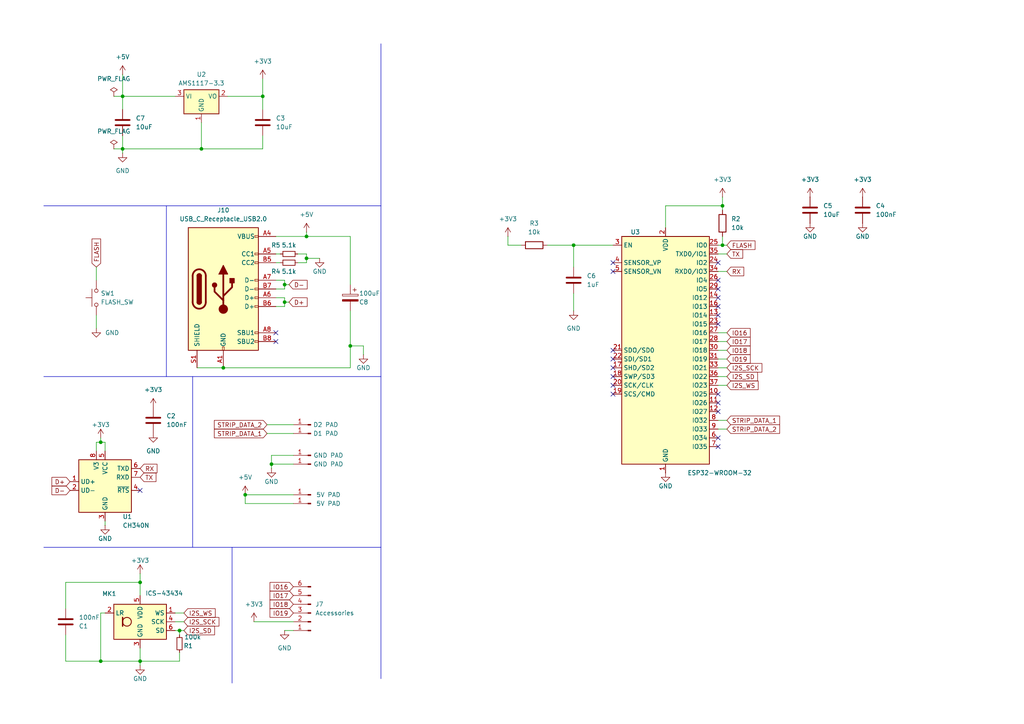
<source format=kicad_sch>
(kicad_sch (version 20231120) (generator "eeschema") (generator_version "8.0")
  (paper "A4")
  (title_block (title "USBWLEDC") (date "2024-12-31") (rev "1.2") (company "Adi Linden") (comment 2 "Original creator: NANDXOR"))
  (lib_symbols
    (symbol "Connector:Conn_01x01_Pin" (pin_names (offset 1.016) hide)
      (property "Reference" "J" (at 0 2.54 0))
      (property "Value" "Conn_01x01_Pin" (at 0 -2.54 0))
      (symbol "Conn_01x01_Pin_1_1"
        (polyline (pts (xy 1.27 0) (xy 0.8636 0)) (stroke (width 0.1524)))
        (rectangle (start 0.8636 0.127) (end 0 -0.127) (stroke (width 0.1524)) (fill (type outline)))
        (pin passive line (at 5.08 0 180) (length 3.81) (name "Pin_1") (number "1"))
      )
    )
    (symbol "Connector:Conn_01x06_Pin" (pin_names (offset 1.016) hide)
      (property "Reference" "J" (at 0 7.62 0))
      (property "Value" "Conn_01x06_Pin" (at 0 -10.16 0))
      (symbol "Conn_01x06_Pin_1_1"
        (polyline (pts (xy 1.27 -7.62) (xy 0.8636 -7.62)) (stroke (width 0.1524)))
        (polyline (pts (xy 1.27 -5.08) (xy 0.8636 -5.08)) (stroke (width 0.1524)))
        (polyline (pts (xy 1.27 -2.54) (xy 0.8636 -2.54)) (stroke (width 0.1524)))
        (polyline (pts (xy 1.27 0) (xy 0.8636 0)) (stroke (width 0.1524)))
        (polyline (pts (xy 1.27 2.54) (xy 0.8636 2.54)) (stroke (width 0.1524)))
        (polyline (pts (xy 1.27 5.08) (xy 0.8636 5.08)) (stroke (width 0.1524)))
        (rectangle (start 0.8636 -7.493) (end 0 -7.747) (stroke (width 0.1524)) (fill (type outline)))
        (rectangle (start 0.8636 -4.953) (end 0 -5.207) (stroke (width 0.1524)) (fill (type outline)))
        (rectangle (start 0.8636 -2.413) (end 0 -2.667) (stroke (width 0.1524)) (fill (type outline)))
        (rectangle (start 0.8636 0.127) (end 0 -0.127) (stroke (width 0.1524)) (fill (type outline)))
        (rectangle (start 0.8636 2.667) (end 0 2.413) (stroke (width 0.1524)) (fill (type outline)))
        (rectangle (start 0.8636 5.207) (end 0 4.953) (stroke (width 0.1524)) (fill (type outline)))
        (pin passive line (at 5.08 5.08 180) (length 3.81) (name "Pin_1") (number "1"))
        (pin passive line (at 5.08 2.54 180) (length 3.81) (name "Pin_2") (number "2"))
        (pin passive line (at 5.08 0 180) (length 3.81) (name "Pin_3") (number "3"))
        (pin passive line (at 5.08 -2.54 180) (length 3.81) (name "Pin_4") (number "4"))
        (pin passive line (at 5.08 -5.08 180) (length 3.81) (name "Pin_5") (number "5"))
        (pin passive line (at 5.08 -7.62 180) (length 3.81) (name "Pin_6") (number "6"))
      )
    )
    (symbol "Connector:USB_C_Receptacle_USB2.0" (pin_names (offset 1.016))
      (property "Reference" "J" (at -10.16 19.05 0))
      (property "Value" "USB_C_Receptacle_USB2.0" (at 19.05 19.05 0))
      (symbol "USB_C_Receptacle_USB2.0_0_0"
        (rectangle (start -0.254 -17.78) (end 0.254 -16.764))
        (rectangle (start 10.16 -14.986) (end 9.144 -15.494))
        (rectangle (start 10.16 -12.446) (end 9.144 -12.954))
        (rectangle (start 10.16 -4.826) (end 9.144 -5.334))
        (rectangle (start 10.16 -2.286) (end 9.144 -2.794))
        (rectangle (start 10.16 0.254) (end 9.144 -0.254))
        (rectangle (start 10.16 2.794) (end 9.144 2.286))
        (rectangle (start 10.16 7.874) (end 9.144 7.366))
        (rectangle (start 10.16 10.414) (end 9.144 9.906))
        (rectangle (start 10.16 15.494) (end 9.144 14.986))
      )
      (symbol "USB_C_Receptacle_USB2.0_0_1"
        (rectangle (start -10.16 17.78) (end 10.16 -17.78) (stroke (width 0.254)) (fill (type background)))
        (arc (start -8.89 -3.81) (mid -6.985 -5.7067) (end -5.08 -3.81) (stroke (width 0.508)))
        (arc (start -7.62 -3.81) (mid -6.985 -4.4423) (end -6.35 -3.81) (stroke (width 0.254)))
        (arc (start -7.62 -3.81) (mid -6.985 -4.4423) (end -6.35 -3.81) (stroke (width 0.254)) (fill (type outline)))
        (rectangle (start -7.62 -3.81) (end -6.35 3.81) (stroke (width 0.254)) (fill (type outline)))
        (arc (start -6.35 3.81) (mid -6.985 4.4423) (end -7.62 3.81) (stroke (width 0.254)))
        (arc (start -6.35 3.81) (mid -6.985 4.4423) (end -7.62 3.81) (stroke (width 0.254)) (fill (type outline)))
        (arc (start -5.08 3.81) (mid -6.985 5.7067) (end -8.89 3.81) (stroke (width 0.508)))
        (circle (center -2.54 1.143) (radius 0.635) (stroke (width 0.254)) (fill (type outline)))
        (circle (center 0 -5.842) (radius 1.27) (fill (type outline)))
        (polyline (pts (xy -8.89 -3.81) (xy -8.89 3.81)) (stroke (width 0.508)))
        (polyline (pts (xy -5.08 3.81) (xy -5.08 -3.81)) (stroke (width 0.508)))
        (polyline (pts (xy 0 -5.842) (xy 0 4.318)) (stroke (width 0.508)))
        (polyline (pts (xy 0 -3.302) (xy -2.54 -0.762) (xy -2.54 0.508)) (stroke (width 0.508)))
        (polyline (pts (xy 0 -2.032) (xy 2.54 0.508) (xy 2.54 1.778)) (stroke (width 0.508)))
        (polyline (pts (xy -1.27 4.318) (xy 0 6.858) (xy 1.27 4.318) (xy -1.27 4.318)) (stroke (width 0.254)) (fill (type outline)))
        (rectangle (start 1.905 1.778) (end 3.175 3.048) (stroke (width 0.254)) (fill (type outline)))
      )
      (symbol "USB_C_Receptacle_USB2.0_1_1"
        (pin passive line (at 0 -22.86 90) (length 5.08) (name "GND") (number "A1"))
        (pin passive line (at 0 -22.86 90) (length 5.08) hide (name "GND") (number "A12"))
        (pin passive line (at 15.24 15.24 180) (length 5.08) (name "VBUS") (number "A4"))
        (pin bidirectional line (at 15.24 10.16 180) (length 5.08) (name "CC1") (number "A5"))
        (pin bidirectional line (at 15.24 -2.54 180) (length 5.08) (name "D+") (number "A6"))
        (pin bidirectional line (at 15.24 2.54 180) (length 5.08) (name "D-") (number "A7"))
        (pin bidirectional line (at 15.24 -12.7 180) (length 5.08) (name "SBU1") (number "A8"))
        (pin passive line (at 15.24 15.24 180) (length 5.08) hide (name "VBUS") (number "A9"))
        (pin passive line (at 0 -22.86 90) (length 5.08) hide (name "GND") (number "B1"))
        (pin passive line (at 0 -22.86 90) (length 5.08) hide (name "GND") (number "B12"))
        (pin passive line (at 15.24 15.24 180) (length 5.08) hide (name "VBUS") (number "B4"))
        (pin bidirectional line (at 15.24 7.62 180) (length 5.08) (name "CC2") (number "B5"))
        (pin bidirectional line (at 15.24 -5.08 180) (length 5.08) (name "D+") (number "B6"))
        (pin bidirectional line (at 15.24 0 180) (length 5.08) (name "D-") (number "B7"))
        (pin bidirectional line (at 15.24 -15.24 180) (length 5.08) (name "SBU2") (number "B8"))
        (pin passive line (at 15.24 15.24 180) (length 5.08) hide (name "VBUS") (number "B9"))
        (pin passive line (at -7.62 -22.86 90) (length 5.08) (name "SHIELD") (number "S1"))
      )
    )
    (symbol "Device:C" (pin_numbers hide) (pin_names (offset 0.254))
      (property "Reference" "C" (at 0.635 2.54 0))
      (property "Value" "C" (at 0.635 -2.54 0))
      (symbol "C_0_1"
        (polyline (pts (xy -2.032 -0.762) (xy 2.032 -0.762)) (stroke (width 0.508)))
        (polyline (pts (xy -2.032 0.762) (xy 2.032 0.762)) (stroke (width 0.508)))
      )
      (symbol "C_1_1"
        (pin passive line (at 0 3.81 270) (length 2.794) (name "~") (number "1"))
        (pin passive line (at 0 -3.81 90) (length 2.794) (name "~") (number "2"))
      )
    )
    (symbol "Device:C_Polarized" (pin_numbers hide) (pin_names (offset 0.254))
      (property "Reference" "C" (at 0.635 2.54 0))
      (property "Value" "C_Polarized" (at 0.635 -2.54 0))
      (symbol "C_Polarized_0_1"
        (rectangle (start -2.286 0.508) (end 2.286 1.016))
        (polyline (pts (xy -1.778 2.286) (xy -0.762 2.286)))
        (polyline (pts (xy -1.27 2.794) (xy -1.27 1.778)))
        (rectangle (start 2.286 -0.508) (end -2.286 -1.016) (fill (type outline)))
      )
      (symbol "C_Polarized_1_1"
        (pin passive line (at 0 3.81 270) (length 2.794) (name "~") (number "1"))
        (pin passive line (at 0 -3.81 90) (length 2.794) (name "~") (number "2"))
      )
    )
    (symbol "Device:R" (pin_numbers hide) (pin_names (offset 0))
      (property "Reference" "R" (at 2.032 0 90))
      (property "Value" "R" (at 0 0 90))
      (symbol "R_0_1"
        (rectangle (start -1.016 -2.54) (end 1.016 2.54) (stroke (width 0.254)))
      )
      (symbol "R_1_1"
        (pin passive line (at 0 3.81 270) (length 1.27) (name "~") (number "1"))
        (pin passive line (at 0 -3.81 90) (length 1.27) (name "~") (number "2"))
      )
    )
    (symbol "Device:R_Small" (pin_numbers hide) (pin_names (offset 0.254) hide)
      (property "Reference" "R" (at 0.762 0.508 0))
      (property "Value" "R_Small" (at 0.762 -1.016 0))
      (symbol "R_Small_0_1"
        (rectangle (start -0.762 1.778) (end 0.762 -1.778) (stroke (width 0.2032)))
      )
      (symbol "R_Small_1_1"
        (pin passive line (at 0 2.54 270) (length 0.762) (name "~") (number "1"))
        (pin passive line (at 0 -2.54 90) (length 0.762) (name "~") (number "2"))
      )
    )
    (symbol "Interface_USB:CH340X"
      (property "Reference" "U3" (at 1.9559 -15.24 0))
      (property "Value" "CH340N" (at 1.9559 -17.78 0))
      (symbol "CH340X_0_1"
        (rectangle (start -7.62 12.7) (end 7.62 -2.54) (stroke (width 0.254)) (fill (type background)))
      )
      (symbol "CH340X_1_1"
        (pin bidirectional line (at -10.16 6.35 0) (length 2.54) (name "UD+") (number "1"))
        (pin bidirectional line (at -10.16 3.81 0) (length 2.54) (name "UD-") (number "2"))
        (pin power_in line (at 0 -5.08 90) (length 2.54) (name "GND") (number "3"))
        (pin output line (at 10.16 3.81 180) (length 2.54) (name "~{RTS}") (number "4"))
        (pin power_in line (at 0 15.24 270) (length 2.54) (name "VCC") (number "5"))
        (pin output line (at 10.16 10.16 180) (length 2.54) (name "TXD") (number "6"))
        (pin input line (at 10.16 7.62 180) (length 2.54) (name "RXD") (number "7"))
        (pin passive line (at -2.54 15.24 270) (length 2.54) (name "V3") (number "8"))
      )
    )
    (symbol "RF_Module:ESP32-WROOM-32"
      (property "Reference" "U" (at -12.7 34.29 0))
      (property "Value" "ESP32-WROOM-32" (at 1.27 34.29 0))
      (symbol "ESP32-WROOM-32_0_1"
        (rectangle (start -12.7 33.02) (end 12.7 -33.02) (stroke (width 0.254)) (fill (type background)))
      )
      (symbol "ESP32-WROOM-32_1_1"
        (pin power_in line (at 0 -35.56 90) (length 2.54) (name "GND") (number "1"))
        (pin bidirectional line (at 15.24 -12.7 180) (length 2.54) (name "IO25") (number "10"))
        (pin bidirectional line (at 15.24 -15.24 180) (length 2.54) (name "IO26") (number "11"))
        (pin bidirectional line (at 15.24 -17.78 180) (length 2.54) (name "IO27") (number "12"))
        (pin bidirectional line (at 15.24 10.16 180) (length 2.54) (name "IO14") (number "13"))
        (pin bidirectional line (at 15.24 15.24 180) (length 2.54) (name "IO12") (number "14"))
        (pin passive line (at 0 -35.56 90) (length 2.54) hide (name "GND") (number "15"))
        (pin bidirectional line (at 15.24 12.7 180) (length 2.54) (name "IO13") (number "16"))
        (pin bidirectional line (at -15.24 -5.08 0) (length 2.54) (name "SHD/SD2") (number "17"))
        (pin bidirectional line (at -15.24 -7.62 0) (length 2.54) (name "SWP/SD3") (number "18"))
        (pin bidirectional line (at -15.24 -12.7 0) (length 2.54) (name "SCS/CMD") (number "19"))
        (pin power_in line (at 0 35.56 270) (length 2.54) (name "VDD") (number "2"))
        (pin bidirectional line (at -15.24 -10.16 0) (length 2.54) (name "SCK/CLK") (number "20"))
        (pin bidirectional line (at -15.24 0 0) (length 2.54) (name "SDO/SD0") (number "21"))
        (pin bidirectional line (at -15.24 -2.54 0) (length 2.54) (name "SDI/SD1") (number "22"))
        (pin bidirectional line (at 15.24 7.62 180) (length 2.54) (name "IO15") (number "23"))
        (pin bidirectional line (at 15.24 25.4 180) (length 2.54) (name "IO2") (number "24"))
        (pin bidirectional line (at 15.24 30.48 180) (length 2.54) (name "IO0") (number "25"))
        (pin bidirectional line (at 15.24 20.32 180) (length 2.54) (name "IO4") (number "26"))
        (pin bidirectional line (at 15.24 5.08 180) (length 2.54) (name "IO16") (number "27"))
        (pin bidirectional line (at 15.24 2.54 180) (length 2.54) (name "IO17") (number "28"))
        (pin bidirectional line (at 15.24 17.78 180) (length 2.54) (name "IO5") (number "29"))
        (pin input line (at -15.24 30.48 0) (length 2.54) (name "EN") (number "3"))
        (pin bidirectional line (at 15.24 0 180) (length 2.54) (name "IO18") (number "30"))
        (pin bidirectional line (at 15.24 -2.54 180) (length 2.54) (name "IO19") (number "31"))
        (pin no_connect line (at -12.7 -27.94 0) (length 2.54) hide (name "NC") (number "32"))
        (pin bidirectional line (at 15.24 -5.08 180) (length 2.54) (name "IO21") (number "33"))
        (pin bidirectional line (at 15.24 22.86 180) (length 2.54) (name "RXD0/IO3") (number "34"))
        (pin bidirectional line (at 15.24 27.94 180) (length 2.54) (name "TXD0/IO1") (number "35"))
        (pin bidirectional line (at 15.24 -7.62 180) (length 2.54) (name "IO22") (number "36"))
        (pin bidirectional line (at 15.24 -10.16 180) (length 2.54) (name "IO23") (number "37"))
        (pin passive line (at 0 -35.56 90) (length 2.54) hide (name "GND") (number "38"))
        (pin passive line (at 0 -35.56 90) (length 2.54) hide (name "GND") (number "39"))
        (pin input line (at -15.24 25.4 0) (length 2.54) (name "SENSOR_VP") (number "4"))
        (pin input line (at -15.24 22.86 0) (length 2.54) (name "SENSOR_VN") (number "5"))
        (pin input line (at 15.24 -25.4 180) (length 2.54) (name "IO34") (number "6"))
        (pin input line (at 15.24 -27.94 180) (length 2.54) (name "IO35") (number "7"))
        (pin bidirectional line (at 15.24 -20.32 180) (length 2.54) (name "IO32") (number "8"))
        (pin bidirectional line (at 15.24 -22.86 180) (length 2.54) (name "IO33") (number "9"))
      )
    )
    (symbol "Regulator_Linear:AMS1117-3.3"
      (property "Reference" "U" (at -3.81 3.175 0))
      (property "Value" "AMS1117-3.3" (at 0 3.175 0))
      (symbol "AMS1117-3.3_0_1"
        (rectangle (start -5.08 -5.08) (end 5.08 1.905) (stroke (width 0.254)) (fill (type background)))
      )
      (symbol "AMS1117-3.3_1_1"
        (pin power_in line (at 0 -7.62 90) (length 2.54) (name "GND") (number "1"))
        (pin power_out line (at 7.62 0 180) (length 2.54) (name "VO") (number "2"))
        (pin power_in line (at -7.62 0 0) (length 2.54) (name "VI") (number "3"))
      )
    )
    (symbol "Sensor_Audio:ICS-43434"
      (property "Reference" "MK" (at -7.62 6.35 0))
      (property "Value" "ICS-43434" (at 1.27 6.35 0))
      (symbol "ICS-43434_1_1"
        (rectangle (start -7.62 5.08) (end 7.62 -5.08) (stroke (width 0.254)) (fill (type background)))
        (circle (center -3.81 0) (radius 1.27) (stroke (width 0.254)))
        (polyline (pts (xy -5.08 1.27) (xy -5.08 -1.27)) (stroke (width 0.381)))
        (pin input line (at 10.16 2.54 180) (length 2.54) (name "WS") (number "1"))
        (pin input line (at -10.16 2.54 0) (length 2.54) (name "LR") (number "2"))
        (pin power_in line (at 0 -7.62 90) (length 2.54) (name "GND") (number "3"))
        (pin input line (at 10.16 0 180) (length 2.54) (name "SCK") (number "4"))
        (pin power_in line (at 0 7.62 270) (length 2.54) (name "VDD") (number "5"))
        (pin output line (at 10.16 -2.54 180) (length 2.54) (name "SD") (number "6"))
      )
    )
    (symbol "Switch:SW_Push" (pin_numbers hide) (pin_names (offset 1.016) hide)
      (property "Reference" "SW" (at 1.27 2.54 0))
      (property "Value" "SW_Push" (at 0 -1.524 0))
      (symbol "SW_Push_0_1"
        (circle (center -2.032 0) (radius 0.508))
        (polyline (pts (xy 0 1.27) (xy 0 3.048)))
        (polyline (pts (xy 2.54 1.27) (xy -2.54 1.27)))
        (circle (center 2.032 0) (radius 0.508))
        (pin passive line (at -5.08 0 0) (length 2.54) (name "1") (number "1"))
        (pin passive line (at 5.08 0 180) (length 2.54) (name "2") (number "2"))
      )
    )
    (symbol "power:+3V3" (power) (pin_numbers hide) (pin_names (offset 0) hide)
      (property "Value" "+3V3" (at 0 3.556 0))
      (symbol "+3V3_0_1"
        (polyline (pts (xy -0.762 1.27) (xy 0 2.54)))
        (polyline (pts (xy 0 0) (xy 0 2.54)))
        (polyline (pts (xy 0 2.54) (xy 0.762 1.27)))
      )
      (symbol "+3V3_1_1"
        (pin power_in line (at 0 0 90) (length 0) (name "~") (number "1"))
      )
    )
    (symbol "power:+5V" (power) (pin_numbers hide) (pin_names (offset 0) hide)
      (property "Value" "+5V" (at 0 3.556 0))
      (symbol "+5V_0_1"
        (polyline (pts (xy -0.762 1.27) (xy 0 2.54)))
        (polyline (pts (xy 0 0) (xy 0 2.54)))
        (polyline (pts (xy 0 2.54) (xy 0.762 1.27)))
      )
      (symbol "+5V_1_1"
        (pin power_in line (at 0 0 90) (length 0) (name "~") (number "1"))
      )
    )
    (symbol "power:GND" (power) (pin_numbers hide) (pin_names (offset 0) hide)
      (property "Value" "GND" (at 0 -3.81 0))
      (symbol "GND_0_1"
        (polyline (pts (xy 0 0) (xy 0 -1.27) (xy 1.27 -1.27) (xy 0 -2.54) (xy -1.27 -1.27) (xy 0 -1.27)))
      )
      (symbol "GND_1_1"
        (pin power_in line (at 0 0 270) (length 0) (name "~") (number "1"))
      )
    )
    (symbol "power:PWR_FLAG" (power) (pin_numbers hide) (pin_names (offset 0) hide)
      (property "Value" "PWR_FLAG" (at 0 3.81 0))
      (symbol "PWR_FLAG_0_0"
        (pin power_out line (at 0 0 90) (length 0) (name "~") (number "1"))
      )
      (symbol "PWR_FLAG_0_1"
        (polyline (pts (xy 0 0) (xy 0 1.27) (xy -1.016 1.905) (xy 0 2.54) (xy 1.016 1.905) (xy 0 1.27)))
      )
    )
  )
  (junction (at 209.55 59.69))
  (junction (at 88.9 68.58))
  (junction (at 64.77 106.68))
  (junction (at 88.9 74.93))
  (junction (at 82.55 82.55))
  (junction (at 71.12 143.51))
  (junction (at 78.74 134.62))
  (junction (at 209.55 71.12))
  (junction (at 29.21 191.77))
  (junction (at 29.21 128.27))
  (junction (at 166.37 71.12))
  (junction (at 52.07 182.88))
  (junction (at 35.56 43.18))
  (junction (at 40.64 168.91))
  (junction (at 76.2 27.94))
  (junction (at 35.56 27.94))
  (junction (at 40.64 191.77))
  (junction (at 82.55 87.63))
  (junction (at 101.6 100.33))
  (junction (at 58.42 43.18))
  (no_connect (at 80.01 99.06))
  (no_connect (at 208.28 93.98))
  (no_connect (at 208.28 83.82))
  (no_connect (at 177.8 101.6))
  (no_connect (at 177.8 109.22))
  (no_connect (at 208.28 91.44))
  (no_connect (at 177.8 76.2))
  (no_connect (at 208.28 119.38))
  (no_connect (at 208.28 88.9))
  (no_connect (at 177.8 106.68))
  (no_connect (at 40.64 142.24))
  (no_connect (at 177.8 114.3))
  (no_connect (at 208.28 114.3))
  (no_connect (at 208.28 81.28))
  (no_connect (at 177.8 104.14))
  (no_connect (at 177.8 78.74))
  (no_connect (at 208.28 116.84))
  (no_connect (at 208.28 129.54))
  (no_connect (at 80.01 96.52))
  (no_connect (at 208.28 86.36))
  (no_connect (at 208.28 127))
  (no_connect (at 208.28 76.2))
  (no_connect (at 177.8 111.76))
  (wire (pts (xy 40.64 191.77) (xy 40.64 193.04)))
  (wire (pts (xy 77.47 123.19) (xy 85.09 123.19)))
  (wire (pts (xy 82.55 81.28) (xy 82.55 82.55)))
  (wire (pts (xy 29.21 191.77) (xy 40.64 191.77)))
  (wire (pts (xy 80.01 86.36) (xy 82.55 86.36)))
  (wire (pts (xy 101.6 106.68) (xy 64.77 106.68)))
  (wire (pts (xy 208.28 73.66) (xy 210.82 73.66)))
  (wire (pts (xy 82.55 182.88) (xy 85.09 182.88)))
  (wire (pts (xy 85.09 132.08) (xy 78.74 132.08)))
  (wire (pts (xy 58.42 43.18) (xy 76.2 43.18)))
  (polyline (pts (xy 110.49 12.7) (xy 110.49 196.85)))
  (wire (pts (xy 71.12 146.05) (xy 85.09 146.05)))
  (wire (pts (xy 208.28 111.76) (xy 210.82 111.76)))
  (wire (pts (xy 78.74 134.62) (xy 85.09 134.62)))
  (wire (pts (xy 82.55 86.36) (xy 82.55 87.63)))
  (polyline (pts (xy 55.88 109.22) (xy 55.88 158.75)))
  (wire (pts (xy 209.55 57.15) (xy 209.55 59.69)))
  (wire (pts (xy 19.05 168.91) (xy 40.64 168.91)))
  (wire (pts (xy 208.28 96.52) (xy 210.82 96.52)))
  (polyline (pts (xy 48.26 59.69) (xy 48.26 109.22)))
  (wire (pts (xy 80.01 76.2) (xy 81.28 76.2)))
  (wire (pts (xy 82.55 82.55) (xy 82.55 83.82)))
  (wire (pts (xy 58.42 35.56) (xy 58.42 43.18)))
  (wire (pts (xy 147.32 71.12) (xy 151.13 71.12)))
  (wire (pts (xy 208.28 78.74) (xy 210.82 78.74)))
  (wire (pts (xy 76.2 27.94) (xy 76.2 31.75)))
  (wire (pts (xy 33.02 27.94) (xy 35.56 27.94)))
  (wire (pts (xy 35.56 43.18) (xy 35.56 39.37)))
  (wire (pts (xy 52.07 182.88) (xy 53.34 182.88)))
  (wire (pts (xy 208.28 106.68) (xy 210.82 106.68)))
  (wire (pts (xy 19.05 176.53) (xy 19.05 168.91)))
  (wire (pts (xy 209.55 71.12) (xy 210.82 71.12)))
  (wire (pts (xy 19.05 191.77) (xy 29.21 191.77)))
  (wire (pts (xy 88.9 74.93) (xy 92.71 74.93)))
  (wire (pts (xy 80.01 73.66) (xy 81.28 73.66)))
  (wire (pts (xy 88.9 74.93) (xy 88.9 76.2)))
  (wire (pts (xy 101.6 100.33) (xy 101.6 106.68)))
  (wire (pts (xy 88.9 73.66) (xy 88.9 74.93)))
  (wire (pts (xy 101.6 100.33) (xy 105.41 100.33)))
  (wire (pts (xy 29.21 127) (xy 29.21 128.27)))
  (wire (pts (xy 101.6 68.58) (xy 101.6 82.55)))
  (wire (pts (xy 209.55 59.69) (xy 209.55 60.96)))
  (wire (pts (xy 208.28 109.22) (xy 210.82 109.22)))
  (wire (pts (xy 208.28 121.92) (xy 210.82 121.92)))
  (wire (pts (xy 78.74 132.08) (xy 78.74 134.62)))
  (wire (pts (xy 83.82 82.55) (xy 82.55 82.55)))
  (wire (pts (xy 77.47 125.73) (xy 85.09 125.73)))
  (wire (pts (xy 80.01 83.82) (xy 82.55 83.82)))
  (wire (pts (xy 35.56 31.75) (xy 35.56 27.94)))
  (wire (pts (xy 73.66 180.34) (xy 85.09 180.34)))
  (wire (pts (xy 208.28 71.12) (xy 209.55 71.12)))
  (wire (pts (xy 27.94 95.25) (xy 27.94 91.44)))
  (wire (pts (xy 80.01 88.9) (xy 82.55 88.9)))
  (wire (pts (xy 50.8 182.88) (xy 52.07 182.88)))
  (wire (pts (xy 76.2 22.86) (xy 76.2 27.94)))
  (wire (pts (xy 29.21 128.27) (xy 27.94 128.27)))
  (wire (pts (xy 208.28 124.46) (xy 210.82 124.46)))
  (wire (pts (xy 35.56 43.18) (xy 58.42 43.18)))
  (wire (pts (xy 105.41 102.87) (xy 105.41 100.33)))
  (wire (pts (xy 66.04 27.94) (xy 76.2 27.94)))
  (wire (pts (xy 52.07 182.88) (xy 52.07 184.15)))
  (wire (pts (xy 27.94 128.27) (xy 27.94 130.81)))
  (wire (pts (xy 83.82 87.63) (xy 82.55 87.63)))
  (wire (pts (xy 27.94 77.47) (xy 27.94 81.28)))
  (wire (pts (xy 57.15 106.68) (xy 64.77 106.68)))
  (wire (pts (xy 30.48 128.27) (xy 29.21 128.27)))
  (wire (pts (xy 166.37 71.12) (xy 166.37 77.47)))
  (wire (pts (xy 30.48 177.8) (xy 29.21 177.8)))
  (wire (pts (xy 193.04 59.69) (xy 209.55 59.69)))
  (wire (pts (xy 80.01 81.28) (xy 82.55 81.28)))
  (wire (pts (xy 209.55 68.58) (xy 209.55 71.12)))
  (wire (pts (xy 33.02 43.18) (xy 35.56 43.18)))
  (polyline (pts (xy 67.31 158.75) (xy 67.31 198.12)))
  (wire (pts (xy 40.64 168.91) (xy 40.64 172.72)))
  (wire (pts (xy 40.64 191.77) (xy 52.07 191.77)))
  (wire (pts (xy 193.04 66.04) (xy 193.04 59.69)))
  (wire (pts (xy 19.05 191.77) (xy 19.05 184.15)))
  (wire (pts (xy 88.9 67.31) (xy 88.9 68.58)))
  (polyline (pts (xy 12.7 109.22) (xy 110.49 109.22)))
  (polyline (pts (xy 12.7 59.69) (xy 110.49 59.69)))
  (wire (pts (xy 86.36 73.66) (xy 88.9 73.66)))
  (wire (pts (xy 82.55 87.63) (xy 82.55 88.9)))
  (wire (pts (xy 80.01 68.58) (xy 88.9 68.58)))
  (wire (pts (xy 71.12 143.51) (xy 85.09 143.51)))
  (wire (pts (xy 208.28 104.14) (xy 210.82 104.14)))
  (wire (pts (xy 166.37 71.12) (xy 177.8 71.12)))
  (wire (pts (xy 76.2 43.18) (xy 76.2 39.37)))
  (wire (pts (xy 50.8 180.34) (xy 53.34 180.34)))
  (wire (pts (xy 35.56 43.18) (xy 35.56 44.45)))
  (wire (pts (xy 71.12 143.51) (xy 71.12 146.05)))
  (wire (pts (xy 29.21 177.8) (xy 29.21 191.77)))
  (polyline (pts (xy 12.7 158.75) (xy 110.49 158.75)))
  (wire (pts (xy 208.28 101.6) (xy 210.82 101.6)))
  (wire (pts (xy 166.37 85.09) (xy 166.37 90.17)))
  (wire (pts (xy 35.56 27.94) (xy 50.8 27.94)))
  (wire (pts (xy 101.6 90.17) (xy 101.6 100.33)))
  (wire (pts (xy 30.48 130.81) (xy 30.48 128.27)))
  (wire (pts (xy 30.48 151.13) (xy 30.48 152.4)))
  (wire (pts (xy 88.9 76.2) (xy 86.36 76.2)))
  (wire (pts (xy 158.75 71.12) (xy 166.37 71.12)))
  (wire (pts (xy 40.64 187.96) (xy 40.64 191.77)))
  (wire (pts (xy 88.9 68.58) (xy 101.6 68.58)))
  (wire (pts (xy 52.07 189.23) (xy 52.07 191.77)))
  (wire (pts (xy 147.32 71.12) (xy 147.32 68.58)))
  (wire (pts (xy 208.28 99.06) (xy 210.82 99.06)))
  (wire (pts (xy 50.8 177.8) (xy 53.34 177.8)))
  (wire (pts (xy 35.56 21.59) (xy 35.56 27.94)))
  (wire (pts (xy 78.74 134.62) (xy 78.74 135.89)))
  (wire (pts (xy 40.64 166.37) (xy 40.64 168.91)))
  (global_label "IO19" (shape input) (at 210.82 104.14 0) (property "Intersheetrefs" "${INTERSHEET_REFS}" (effects (hide yes))))
  (global_label "RX" (shape input) (at 40.64 135.89 0) (property "Intersheetrefs" "${INTERSHEET_REFS}" (effects (hide yes))))
  (global_label "D+" (shape input) (at 20.32 139.7 180) (property "Intersheetrefs" "${INTERSHEET_REFS}" (effects (hide yes))))
  (global_label "IO17" (shape input) (at 85.09 172.72 180) (property "Intersheetrefs" "${INTERSHEET_REFS}" (effects (hide yes))))
  (global_label "IO19" (shape input) (at 85.09 177.8 180) (property "Intersheetrefs" "${INTERSHEET_REFS}" (effects (hide yes))))
  (global_label "I2S_SD" (shape input) (at 53.34 182.88 0) (property "Intersheetrefs" "${INTERSHEET_REFS}" (effects (hide yes))))
  (global_label "IO18" (shape input) (at 85.09 175.26 180) (property "Intersheetrefs" "${INTERSHEET_REFS}" (effects (hide yes))))
  (global_label "TX" (shape input) (at 40.64 138.43 0) (property "Intersheetrefs" "${INTERSHEET_REFS}" (effects (hide yes))))
  (global_label "STRIP_DATA_1" (shape input) (at 77.47 125.73 180) (property "Intersheetrefs" "${INTERSHEET_REFS}" (effects (hide yes))))
  (global_label "IO16" (shape input) (at 85.09 170.18 180) (property "Intersheetrefs" "${INTERSHEET_REFS}" (effects (hide yes))))
  (global_label "I2S_SD" (shape input) (at 210.82 109.22 0) (property "Intersheetrefs" "${INTERSHEET_REFS}" (effects (hide yes))))
  (global_label "FLASH" (shape input) (at 27.94 77.47 90) (property "Intersheetrefs" "${INTERSHEET_REFS}" (effects (hide yes))))
  (global_label "STRIP_DATA_1" (shape input) (at 210.82 121.92 0) (property "Intersheetrefs" "${INTERSHEET_REFS}" (effects (hide yes))))
  (global_label "I2S_WS" (shape input) (at 210.82 111.76 0) (property "Intersheetrefs" "${INTERSHEET_REFS}" (effects (hide yes))))
  (global_label "I2S_SCK" (shape input) (at 210.82 106.68 0) (property "Intersheetrefs" "${INTERSHEET_REFS}" (effects (hide yes))))
  (global_label "RX" (shape input) (at 210.82 78.74 0) (property "Intersheetrefs" "${INTERSHEET_REFS}" (effects (hide yes))))
  (global_label "IO16" (shape input) (at 210.82 96.52 0) (property "Intersheetrefs" "${INTERSHEET_REFS}" (effects (hide yes))))
  (global_label "TX" (shape input) (at 210.82 73.66 0) (property "Intersheetrefs" "${INTERSHEET_REFS}" (effects (hide yes))))
  (global_label "IO17" (shape input) (at 210.82 99.06 0) (property "Intersheetrefs" "${INTERSHEET_REFS}" (effects (hide yes))))
  (global_label "D-" (shape input) (at 20.32 142.24 180) (property "Intersheetrefs" "${INTERSHEET_REFS}" (effects (hide yes))))
  (global_label "D+" (shape input) (at 83.82 87.63 0) (property "Intersheetrefs" "${INTERSHEET_REFS}" (effects (hide yes))))
  (global_label "STRIP_DATA_2" (shape input) (at 210.82 124.46 0) (property "Intersheetrefs" "${INTERSHEET_REFS}" (effects (hide yes))))
  (global_label "STRIP_DATA_2" (shape input) (at 77.47 123.19 180) (property "Intersheetrefs" "${INTERSHEET_REFS}" (effects (hide yes))))
  (global_label "I2S_WS" (shape input) (at 53.34 177.8 0) (property "Intersheetrefs" "${INTERSHEET_REFS}" (effects (hide yes))))
  (global_label "D-" (shape input) (at 83.82 82.55 0) (property "Intersheetrefs" "${INTERSHEET_REFS}" (effects (hide yes))))
  (global_label "IO18" (shape input) (at 210.82 101.6 0) (property "Intersheetrefs" "${INTERSHEET_REFS}" (effects (hide yes))))
  (global_label "I2S_SCK" (shape input) (at 53.34 180.34 0) (property "Intersheetrefs" "${INTERSHEET_REFS}" (effects (hide yes))))
  (global_label "FLASH" (shape input) (at 210.82 71.12 0) (property "Intersheetrefs" "${INTERSHEET_REFS}" (effects (hide yes))))
  (symbol (lib_id "power:+3V3") (at 29.21 127 0) (unit 1)
    (property "Reference" "#PWR018" (effects (hide yes)))
    (property "Value" "+3V3" (at 29.21 123.19 0))
    (property "Description" "Power symbol creates a global label with name \"+3V3\"" (effects (hide yes)))
  )
  (symbol (lib_id "power:GND") (at 105.41 102.87 0) (unit 1)
    (property "Reference" "#PWR014" (effects (hide yes)))
    (property "Value" "GND" (at 105.41 106.68 0))
    (property "Description" "Power symbol creates a global label with name \"GND\" , ground" (effects (hide yes)))
  )
  (symbol (lib_id "power:GND") (at 82.55 182.88 0) (unit 1)
    (property "Reference" "#PWR021" (effects (hide yes)))
    (property "Value" "GND" (at 82.55 187.96 0))
    (property "Description" "Power symbol creates a global label with name \"GND\" , ground" (effects (hide yes)))
  )
  (symbol (lib_id "Device:R") (at 154.94 71.12 90) (unit 1)
    (property "Reference" "R3" (at 154.94 64.77 90))
    (property "Value" "10k" (at 154.94 67.31 90))
    (property "Footprint" "Resistor_SMD:R_0603_1608Metric" (effects (hide yes)))
    (property "MPN" "C25804" (effects (hide yes)))
    (property "LCSC" "C25804" (effects (hide yes)))
  )
  (symbol (lib_id "power:GND") (at 30.48 152.4 0) (unit 1)
    (property "Reference" "#PWR019" (effects (hide yes)))
    (property "Value" "GND" (at 30.48 156.21 0))
    (property "Description" "Power symbol creates a global label with name \"GND\" , ground" (effects (hide yes)))
  )
  (symbol (lib_id "power:GND") (at 27.94 95.25 0) (unit 1)
    (property "Reference" "#PWR011" (effects (hide yes)))
    (property "Value" "GND" (at 30.48 96.52 0) (effects (justify left)))
    (property "Description" "Power symbol creates a global label with name \"GND\" , ground" (effects (hide yes)))
  )
  (symbol (lib_id "power:+3V3") (at 250.19 57.15 0) (unit 1)
    (property "Reference" "#PWR05" (effects (hide yes)))
    (property "Value" "+3V3" (at 250.19 52.07 0))
    (property "Description" "Power symbol creates a global label with name \"+3V3\"" (effects (hide yes)))
  )
  (symbol (lib_id "power:PWR_FLAG") (at 33.02 43.18 0) (unit 1)
    (property "Reference" "#FLG01" (effects (hide yes)))
    (property "Value" "PWR_FLAG" (at 33.02 38.1 0))
    (property "Description" "Special symbol for telling ERC where power comes from" (effects (hide yes)))
  )
  (symbol (lib_id "Connector:Conn_01x01_Pin") (at 90.17 146.05 180) (unit 1)
    (property "Reference" "J1" (effects (hide yes)))
    (property "Value" "5V PAD" (at 95.25 146.05 0))
    (property "Footprint" "Library:SolderWirePad_1x01_SMD_3x6mm" (effects (hide yes)))
  )
  (symbol (lib_id "power:GND") (at 40.64 193.04 0) (unit 1)
    (property "Reference" "#PWR027" (effects (hide yes)))
    (property "Value" "GND" (at 40.64 196.85 0))
    (property "Description" "Power symbol creates a global label with name \"GND\" , ground" (effects (hide yes)))
  )
  (symbol (lib_id "power:+5V") (at 71.12 143.51 0) (unit 1)
    (property "Reference" "#PWR016" (effects (hide yes)))
    (property "Value" "+5V" (at 71.12 138.43 0))
    (property "Description" "Power symbol creates a global label with name \"+5V\"" (effects (hide yes)))
  )
  (symbol (lib_id "Device:C") (at 44.45 121.92 180) (unit 1)
    (property "Reference" "C2" (at 48.26 120.65 0) (effects (justify right)))
    (property "Value" "100nF" (at 48.26 123.19 0) (effects (justify right)))
    (property "Footprint" "Capacitor_SMD:C_0603_1608Metric" (effects (hide yes)))
    (property "MPN" "C14663" (effects (hide yes)))
    (property "LCSC" "C14663" (effects (hide yes)))
  )
  (symbol (lib_id "Switch:SW_Push") (at 27.94 86.36 90) (unit 1)
    (property "Reference" "SW1" (at 29.21 85.09 90) (effects (justify right)))
    (property "Value" "FLASH_SW" (at 29.21 87.63 90) (effects (justify right)))
    (property "Footprint" "Button_Switch_SMD:SW_Push_1P1T_XKB_TS-1187A" (effects (hide yes)))
    (property "MPN" "C318884" (effects (hide yes)))
    (property "LCSC" "C318884" (effects (hide yes)))
  )
  (symbol (lib_id "Device:R") (at 209.55 64.77 0) (unit 1)
    (property "Reference" "R2" (at 212.09 63.5 0) (effects (justify left)))
    (property "Value" "10k" (at 212.09 66.04 0) (effects (justify left)))
    (property "Footprint" "Resistor_SMD:R_0603_1608Metric" (effects (hide yes)))
    (property "MPN" "C25804" (effects (hide yes)))
    (property "LCSC" "C25804" (effects (hide yes)))
  )
  (symbol (lib_id "Connector:Conn_01x01_Pin") (at 90.17 143.51 180) (unit 1)
    (property "Reference" "J4" (effects (hide yes)))
    (property "Value" "5V PAD" (at 95.25 143.51 0))
    (property "Footprint" "Library:SolderWirePad_1x01_SMD_3x6mm" (effects (hide yes)))
  )
  (symbol (lib_id "power:GND") (at 78.74 135.89 0) (unit 1)
    (property "Reference" "#PWR017" (effects (hide yes)))
    (property "Value" "GND" (at 78.74 139.7 0))
    (property "Description" "Power symbol creates a global label with name \"GND\" , ground" (effects (hide yes)))
  )
  (symbol (lib_id "Connector:Conn_01x01_Pin") (at 90.17 132.08 180) (unit 1)
    (property "Reference" "J3" (effects (hide yes)))
    (property "Value" "GND PAD" (at 95.25 132.08 0))
    (property "Footprint" "Library:SolderWirePad_1x01_SMD_3x6mm" (effects (hide yes)))
  )
  (symbol (lib_id "power:+5V") (at 35.56 21.59 0) (unit 1)
    (property "Reference" "#PWR01" (effects (hide yes)))
    (property "Value" "+5V" (at 35.56 16.51 0))
    (property "Description" "Power symbol creates a global label with name \"+5V\"" (effects (hide yes)))
  )
  (symbol (lib_id "power:GND") (at 35.56 44.45 0) (unit 1)
    (property "Reference" "#PWR08" (effects (hide yes)))
    (property "Value" "GND" (at 35.56 49.53 0))
    (property "Description" "Power symbol creates a global label with name \"GND\" , ground" (effects (hide yes)))
  )
  (symbol (lib_id "power:+5V") (at 88.9 67.31 0) (unit 1)
    (property "Reference" "#PWR012" (effects (hide yes)))
    (property "Value" "+5V" (at 88.9 62.23 0))
    (property "Description" "Power symbol creates a global label with name \"+5V\"" (effects (hide yes)))
  )
  (symbol (lib_id "power:+3V3") (at 209.55 57.15 0) (unit 1)
    (property "Reference" "#PWR03" (effects (hide yes)))
    (property "Value" "+3V3" (at 209.55 52.07 0))
    (property "Description" "Power symbol creates a global label with name \"+3V3\"" (effects (hide yes)))
  )
  (symbol (lib_id "power:GND") (at 234.95 64.77 0) (unit 1)
    (property "Reference" "#PWR06" (effects (hide yes)))
    (property "Value" "GND" (at 234.95 68.58 0))
    (property "Description" "Power symbol creates a global label with name \"GND\" , ground" (effects (hide yes)))
  )
  (symbol (lib_id "Device:C") (at 250.19 60.96 180) (unit 1)
    (property "Reference" "C4" (at 254 59.69 0) (effects (justify right)))
    (property "Value" "100nF" (at 254 62.23 0) (effects (justify right)))
    (property "Footprint" "Capacitor_SMD:C_0603_1608Metric" (effects (hide yes)))
    (property "MPN" "C14663" (effects (hide yes)))
    (property "LCSC" "C14663" (effects (hide yes)))
  )
  (symbol (lib_id "Connector:USB_C_Receptacle_USB2.0") (at 64.77 83.82 0) (unit 1)
    (property "Reference" "J10" (at 64.77 60.96 0))
    (property "Value" "USB_C_Receptacle_USB2.0" (at 64.77 63.5 0))
    (property "Footprint" "Connector_USB:USB_C_Receptacle_G-Switch_GT-USB-7010ASV" (effects (hide yes)))
    (property "Datasheet" "https://www.usb.org/sites/default/files/documents/usb_type-c.zip" (effects (hide yes)))
    (property "MPN" "C2988369" (effects (hide yes)))
    (property "LCSC" "C2988369" (effects (hide yes)))
  )
  (symbol (lib_id "Device:C") (at 166.37 81.28 0) (unit 1)
    (property "Reference" "C6" (at 170.18 80.01 0) (effects (justify left)))
    (property "Value" "1uF" (at 170.18 82.55 0) (effects (justify left)))
    (property "Footprint" "Capacitor_SMD:C_0603_1608Metric" (effects (hide yes)))
    (property "MPN" "C15849" (effects (hide yes)))
    (property "LCSC" "C15849" (effects (hide yes)))
  )
  (symbol (lib_id "power:+3V3") (at 147.32 68.58 0) (unit 1)
    (property "Reference" "#PWR07" (effects (hide yes)))
    (property "Value" "+3V3" (at 147.32 63.5 0))
    (property "Description" "Power symbol creates a global label with name \"+3V3\"" (effects (hide yes)))
  )
  (symbol (lib_id "Device:C") (at 35.56 35.56 0) (unit 1)
    (property "Reference" "C7" (at 39.37 34.29 0) (effects (justify left)))
    (property "Value" "10uF" (at 39.37 36.83 0) (effects (justify left)))
    (property "Footprint" "Capacitor_SMD:C_0805_2012Metric" (effects (hide yes)))
    (property "MPN" "C15850 " (effects (hide yes)))
    (property "LCSC" "C15850" (effects (hide yes)))
  )
  (symbol (lib_id "power:+3V3") (at 44.45 118.11 0) (unit 1)
    (property "Reference" "#PWR024" (effects (hide yes)))
    (property "Value" "+3V3" (at 44.45 113.03 0))
    (property "Description" "Power symbol creates a global label with name \"+3V3\"" (effects (hide yes)))
  )
  (symbol (lib_id "power:GND") (at 193.04 137.16 0) (unit 1)
    (property "Reference" "#PWR013" (effects (hide yes)))
    (property "Value" "GND" (at 193.04 140.97 0))
    (property "Description" "Power symbol creates a global label with name \"GND\" , ground" (effects (hide yes)))
  )
  (symbol (lib_id "power:GND") (at 44.45 125.73 0) (unit 1)
    (property "Reference" "#PWR025" (effects (hide yes)))
    (property "Value" "GND" (at 44.45 130.81 0))
    (property "Description" "Power symbol creates a global label with name \"GND\" , ground" (effects (hide yes)))
  )
  (symbol (lib_id "Device:C") (at 19.05 180.34 0) (mirror x) (unit 1)
    (property "Reference" "C1" (at 22.86 181.61 0) (effects (justify left)))
    (property "Value" "100nF" (at 22.86 179.07 0) (effects (justify left)))
    (property "Footprint" "Capacitor_SMD:C_0603_1608Metric" (effects (hide yes)))
    (property "MPN" "C14663" (effects (hide yes)))
    (property "LCSC" "C14663" (effects (hide yes)))
  )
  (symbol (lib_id "power:GND") (at 250.19 64.77 0) (unit 1)
    (property "Reference" "#PWR023" (effects (hide yes)))
    (property "Value" "GND" (at 250.19 68.58 0))
    (property "Description" "Power symbol creates a global label with name \"GND\" , ground" (effects (hide yes)))
  )
  (symbol (lib_id "Sensor_Audio:ICS-43434") (at 40.64 180.34 0) (unit 1)
    (property "Reference" "MK1" (at 33.782 172.212 0) (effects (justify right)))
    (property "Value" "ICS-43434" (at 47.625 172.085 0))
    (property "Footprint" "Sensor_Audio:InvenSense_ICS-43434-6_3.5x2.65mm" (effects (hide yes)))
    (property "Datasheet" "https://www.invensense.com/wp-content/uploads/2016/02/DS-000069-ICS-43434-v1.2.pdf" (effects (hide yes)))
    (property "Description" "TDK InvenSense MEMS Microphone, 24-bit I2S, 65 dBA SNR, LGA-6" (effects (hide yes)))
    (property "LCSC" "C5656610" (effects (hide yes)))
  )
  (symbol (lib_id "power:GND") (at 166.37 90.17 0) (unit 1)
    (property "Reference" "#PWR09" (effects (hide yes)))
    (property "Value" "GND" (at 166.37 95.25 0))
    (property "Description" "Power symbol creates a global label with name \"GND\" , ground" (effects (hide yes)))
  )
  (symbol (lib_id "Device:R_Small") (at 83.82 76.2 90) (unit 1)
    (property "Reference" "R4" (at 80.01 78.74 90))
    (property "Value" "5.1k" (at 83.82 78.74 90))
    (property "Footprint" "Resistor_SMD:R_0603_1608Metric" (effects (hide yes)))
    (property "MPN" "C23186" (effects (hide yes)))
    (property "LCSC" "C23186" (effects (hide yes)))
  )
  (symbol (lib_id "RF_Module:ESP32-WROOM-32") (at 193.04 101.6 0) (unit 1)
    (property "Reference" "U3" (at 182.88 67.31 0) (effects (justify left)))
    (property "Value" "ESP32-WROOM-32" (at 199.39 137.16 0) (effects (justify left)))
    (property "Footprint" "RF_Module:ESP32-WROOM-32" (effects (hide yes)))
    (property "Datasheet" "https://www.espressif.com/sites/default/files/documentation/esp32-wroom-32_datasheet_en.pdf" (effects (hide yes)))
    (property "MPN" "C701341" (effects (hide yes)))
    (property "Aliexpress" "https://de.aliexpress.com/item/32840441199.html" (effects (hide yes)))
    (property "Mouser" "356-ESP32WRM32E132PH" (effects (hide yes)))
    (property "LCSC" "C701341" (effects (hide yes)))
  )
  (symbol (lib_id "power:+3V3") (at 40.64 166.37 0) (unit 1)
    (property "Reference" "#PWR026" (effects (hide yes)))
    (property "Value" "+3V3" (at 40.64 162.56 0))
    (property "Description" "Power symbol creates a global label with name \"+3V3\"" (effects (hide yes)))
  )
  (symbol (lib_id "Connector:Conn_01x06_Pin") (at 90.17 177.8 180) (unit 1)
    (property "Reference" "J7" (at 91.44 175.26 0) (effects (justify right)))
    (property "Value" "Accessories" (at 91.44 177.8 0) (effects (justify right)))
    (property "Footprint" "Connector_PinHeader_2.54mm:PinHeader_1x06_P2.54mm_Vertical" (effects (hide yes)))
  )
  (symbol (lib_id "Interface_USB:CH340X") (at 30.48 146.05 0) (unit 1)
    (property "Reference" "U1" (at 35.56 149.86 0) (effects (justify left)))
    (property "Value" "CH340N" (at 35.56 152.4 0) (effects (justify left)))
    (property "Footprint" "Package_SO:SOP-8_3.9x4.9mm_P1.27mm" (effects (hide yes)))
    (property "MPN" "C2977777" (effects (hide yes)))
    (property "LCSC" "C2977777" (effects (hide yes)))
  )
  (symbol (lib_id "Connector:Conn_01x01_Pin") (at 90.17 134.62 180) (unit 1)
    (property "Reference" "J6" (effects (hide yes)))
    (property "Value" "GND PAD" (at 95.25 134.62 0))
    (property "Footprint" "Library:SolderWirePad_1x01_SMD_3x6mm" (effects (hide yes)))
  )
  (symbol (lib_id "Device:R_Small") (at 83.82 73.66 90) (unit 1)
    (property "Reference" "R5" (at 80.01 71.12 90))
    (property "Value" "5.1k" (at 83.82 71.12 90))
    (property "Footprint" "Resistor_SMD:R_0603_1608Metric" (effects (hide yes)))
    (property "MPN" "C23186" (effects (hide yes)))
    (property "LCSC" "C23186" (effects (hide yes)))
  )
  (symbol (lib_id "Device:R_Small") (at 52.07 186.69 0) (mirror y) (unit 1)
    (property "Reference" "R1" (at 54.61 187.325 0))
    (property "Value" "100k" (at 55.88 184.785 0))
    (property "Footprint" "Resistor_SMD:R_0603_1608Metric" (effects (hide yes)))
    (property "MPN" "C25803" (effects (hide yes)))
    (property "LCSC" "C25803" (effects (hide yes)))
  )
  (symbol (lib_id "Device:C") (at 76.2 35.56 0) (unit 1)
    (property "Reference" "C3" (at 80.01 34.29 0) (effects (justify left)))
    (property "Value" "10uF" (at 80.01 36.83 0) (effects (justify left)))
    (property "Footprint" "Capacitor_SMD:C_0805_2012Metric" (effects (hide yes)))
    (property "MPN" "C15850 " (effects (hide yes)))
    (property "LCSC" "C15850" (effects (hide yes)))
  )
  (symbol (lib_id "power:PWR_FLAG") (at 33.02 27.94 0) (unit 1)
    (property "Reference" "#FLG02" (effects (hide yes)))
    (property "Value" "PWR_FLAG" (at 33.02 22.86 0))
    (property "Description" "Special symbol for telling ERC where power comes from" (effects (hide yes)))
  )
  (symbol (lib_id "power:+3V3") (at 73.66 180.34 0) (unit 1)
    (property "Reference" "#PWR022" (effects (hide yes)))
    (property "Value" "+3V3" (at 73.66 175.26 0))
    (property "Description" "Power symbol creates a global label with name \"+3V3\"" (effects (hide yes)))
  )
  (symbol (lib_id "Device:C") (at 234.95 60.96 0) (unit 1)
    (property "Reference" "C5" (at 238.76 59.69 0) (effects (justify left)))
    (property "Value" "10uF" (at 238.76 62.23 0) (effects (justify left)))
    (property "Footprint" "Capacitor_SMD:C_0805_2012Metric" (effects (hide yes)))
    (property "MPN" "C15850 " (effects (hide yes)))
    (property "LCSC" "C15850" (effects (hide yes)))
  )
  (symbol (lib_id "power:+3V3") (at 234.95 57.15 0) (unit 1)
    (property "Reference" "#PWR04" (effects (hide yes)))
    (property "Value" "+3V3" (at 234.95 52.07 0))
    (property "Description" "Power symbol creates a global label with name \"+3V3\"" (effects (hide yes)))
  )
  (symbol (lib_id "Regulator_Linear:AMS1117-3.3") (at 58.42 27.94 0) (unit 1)
    (property "Reference" "U2" (at 58.42 21.59 0))
    (property "Value" "AMS1117-3.3" (at 58.42 24.13 0))
    (property "Footprint" "Package_TO_SOT_SMD:SOT-223-3_TabPin2" (effects (hide yes)))
    (property "Datasheet" "http://www.advanced-monolithic.com/pdf/ds1117.pdf" (effects (hide yes)))
    (property "Description" "1A Low Dropout regulator, positive, 3.3V fixed output, SOT-223" (effects (hide yes)))
    (property "MPN" "C6186" (effects (hide yes)))
    (property "LCSC" "C6186" (effects (hide yes)))
  )
  (symbol (lib_id "power:GND") (at 92.71 74.93 0) (unit 1)
    (property "Reference" "#PWR010" (effects (hide yes)))
    (property "Value" "GND" (at 92.71 78.74 0))
    (property "Description" "Power symbol creates a global label with name \"GND\" , ground" (effects (hide yes)))
  )
  (symbol (lib_id "Device:C_Polarized") (at 101.6 86.36 0) (mirror y) (unit 1)
    (property "Reference" "C8" (at 104.14 87.63 0) (effects (justify right)))
    (property "Value" "100uF" (at 104.14 85.09 0) (effects (justify right)))
    (property "Footprint" "Capacitor_SMD:CP_Elec_5x5.4" (effects (hide yes)))
    (property "MPN" "C131115" (effects (hide yes)))
    (property "LCSC" "C96182" (effects (hide yes)))
  )
  (symbol (lib_id "Connector:Conn_01x01_Pin") (at 90.17 123.19 180) (unit 1)
    (property "Reference" "J5" (effects (hide yes)))
    (property "Value" "D2 PAD" (at 94.488 123.19 0))
    (property "Footprint" "Library:SolderWirePad_1x01_SMD_3x6mm" (effects (hide yes)))
  )
  (symbol (lib_id "power:+3V3") (at 76.2 22.86 0) (unit 1)
    (property "Reference" "#PWR02" (effects (hide yes)))
    (property "Value" "+3V3" (at 76.2 17.78 0))
    (property "Description" "Power symbol creates a global label with name \"+3V3\"" (effects (hide yes)))
  )
  (symbol (lib_id "Connector:Conn_01x01_Pin") (at 90.17 125.73 180) (unit 1)
    (property "Reference" "J2" (effects (hide yes)))
    (property "Value" "D1 PAD" (at 94.488 125.73 0))
    (property "Footprint" "Library:SolderWirePad_1x01_SMD_3x6mm" (effects (hide yes)))
  )
)
</source>
